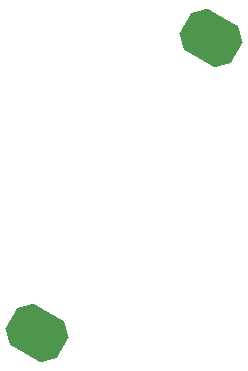
<source format=gtp>
G04*
G04 #@! TF.GenerationSoftware,Altium Limited,Altium NEXUS,1.0.9 (89)*
G04*
G04 Layer_Color=8421504*
%FSLAX42Y42*%
%MOMM*%
G71*
G01*
G75*
G04:AMPARAMS|DCode=11|XSize=4mm|YSize=5mm|CornerRadius=0mm|HoleSize=0mm|Usage=FLASHONLY|Rotation=240.000|XOffset=0mm|YOffset=0mm|HoleType=Round|Shape=Octagon|*
%AMOCTAGOND11*
4,1,8,2.67,-0.38,1.67,-2.12,0.30,-2.48,-2.30,-0.98,-2.67,0.38,-1.67,2.12,-0.30,2.48,2.30,0.98,2.67,-0.38,0.0*
%
%ADD11OCTAGOND11*%

D11*
X1764Y2746D02*
D03*
X294Y251D02*
D03*
M02*

</source>
